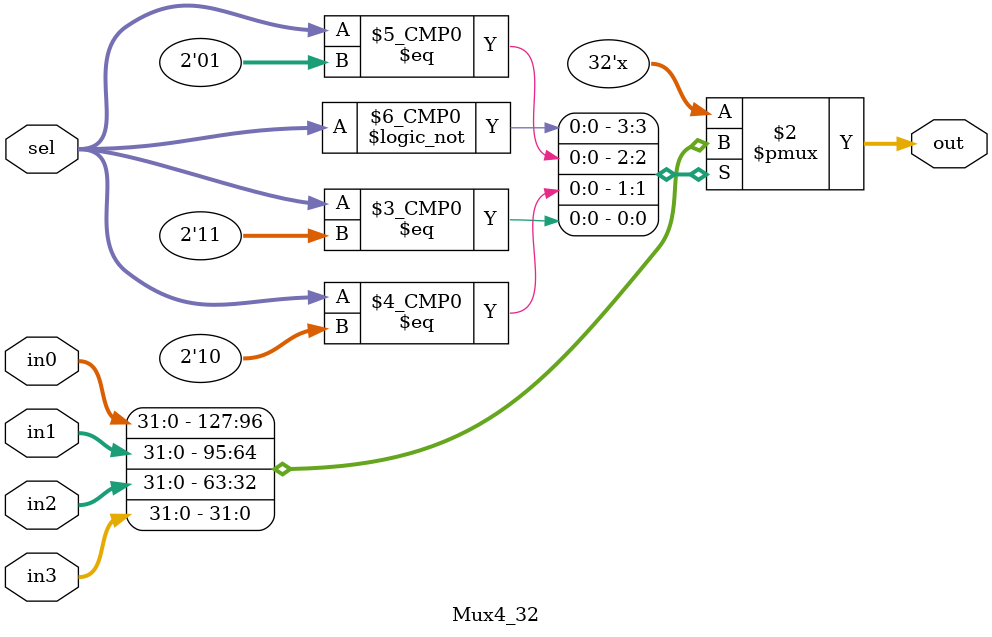
<source format=v>
module Mux2_32(
  input         sel,
  output [31:0] out,
  input  [31:0] in0,    // chosen when sel == 0
  input  [31:0] in1     // chosen when sel == 1
  );
  
  assign out = sel ? in1 : in0;
endmodule


module Mux4_32(
  input      [1:0]  sel,
  output reg [31:0] out,
  input      [31:0] in0,    // chosen when sel == 0
  input      [31:0] in1,    // chosen when sel == 1
  input      [31:0] in2,    // chosen when sel == 2
  input      [31:0] in3     // chosen when sel == 3
  );
     
  always @(*)
      begin 
        case(sel)
          2'b00:   out = in0;
          2'b01:   out = in1;
          2'b10:   out = in2;  
          2'b11:   out = in3;  
          default: out = in0;
        endcase
      end 
endmodule

/*
module Mux4_3(
  input      [1:0]  sel,
  output reg [2:0] out,
  input      [2:0] in0,    // chosen when sel == 0
  input      [2:0] in1,    // chosen when sel == 1
  input      [2:0] in2,    // chosen when sel == 2
  input      [2:0] in3     // chosen when sel == 3
  );
     
  always @(*)
      begin 
        case(sel)
          2'b00:   out = in0;
          2'b01:   out = in1;
          2'b10:   out = in2;  
          2'b11:   out = in3;  
          default: out = in0;
        endcase
      end 
endmodule
*/
</source>
